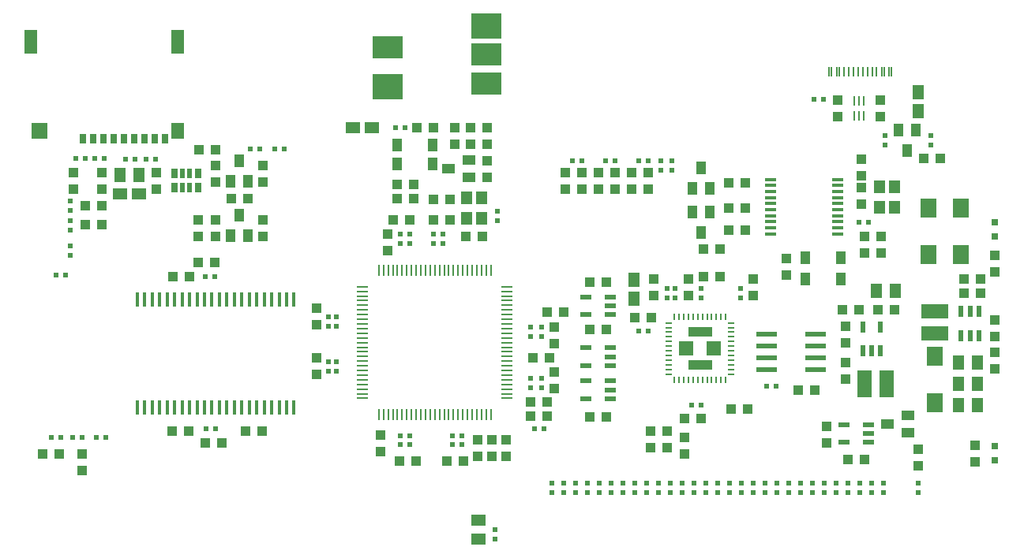
<source format=gbr>
G04 #@! TF.GenerationSoftware,KiCad,Pcbnew,5.1.0-rc2-unknown-036be7d~80~ubuntu16.04.1*
G04 #@! TF.CreationDate,2022-11-30T14:58:32+02:00*
G04 #@! TF.ProjectId,AgonLight2_Rev_A,41676f6e-4c69-4676-9874-325f5265765f,rev?*
G04 #@! TF.SameCoordinates,Original*
G04 #@! TF.FileFunction,Paste,Top*
G04 #@! TF.FilePolarity,Positive*
%FSLAX46Y46*%
G04 Gerber Fmt 4.6, Leading zero omitted, Abs format (unit mm)*
G04 Created by KiCad (PCBNEW 5.1.0-rc2-unknown-036be7d~80~ubuntu16.04.1) date 2022-11-30 14:58:32*
%MOMM*%
%LPD*%
G04 APERTURE LIST*
%ADD10R,1.270000X1.524000*%
%ADD11R,2.200000X0.600000*%
%ADD12R,0.230000X0.980000*%
%ADD13R,3.253999X2.354000*%
%ADD14R,3.253999X2.754000*%
%ADD15R,1.200000X0.550000*%
%ADD16R,1.016000X1.016000*%
%ADD17R,1.524000X1.270000*%
%ADD18R,0.800000X0.800000*%
%ADD19R,1.000000X1.400000*%
%ADD20R,1.700000X2.000000*%
%ADD21R,1.400000X1.000000*%
%ADD22R,3.000000X1.600000*%
%ADD23R,1.600000X3.000000*%
%ADD24R,0.700000X1.100000*%
%ADD25R,1.400000X1.800000*%
%ADD26R,1.800000X1.800000*%
%ADD27R,1.400000X2.600000*%
%ADD28R,1.200000X1.400000*%
%ADD29R,0.762000X1.016000*%
%ADD30R,0.508000X1.016000*%
%ADD31R,0.500000X0.550000*%
%ADD32R,0.550000X0.500000*%
%ADD33R,1.180000X0.230000*%
%ADD34R,0.230000X1.180000*%
%ADD35R,0.400000X1.500000*%
%ADD36R,1.500000X1.500000*%
%ADD37R,2.600000X1.000000*%
%ADD38R,0.230000X0.680000*%
%ADD39R,0.680000X0.230000*%
%ADD40R,0.550000X1.200000*%
%ADD41R,1.270000X0.325000*%
%ADD42R,0.280000X1.130000*%
%ADD43R,0.230000X1.130000*%
G04 APERTURE END LIST*
D10*
X150495000Y-128651000D03*
X152527000Y-128651000D03*
D11*
X135188000Y-124841000D03*
X135188000Y-123571000D03*
X135188000Y-122301000D03*
X135188000Y-121031000D03*
X129988000Y-121031000D03*
X129988000Y-122301000D03*
X129988000Y-123571000D03*
X129988000Y-124841000D03*
D12*
X139827000Y-95964000D03*
X139327000Y-95964000D03*
X140327000Y-95964000D03*
X139327000Y-97584000D03*
X139827000Y-97584000D03*
X140327000Y-97584000D03*
D13*
X99900000Y-91000000D03*
X89300000Y-90200000D03*
X99900000Y-94100000D03*
D14*
X89300000Y-94400000D03*
X99900000Y-87900000D03*
D15*
X113187000Y-118933000D03*
X113187000Y-117983000D03*
X113187000Y-117033000D03*
X110587000Y-118933000D03*
X110587000Y-117033000D03*
X110587000Y-122494000D03*
X110587000Y-124394000D03*
X113187000Y-122494000D03*
X113187000Y-123444000D03*
X113187000Y-124394000D03*
X113187000Y-127950000D03*
X113187000Y-127000000D03*
X113187000Y-126050000D03*
X110587000Y-127950000D03*
X110587000Y-126050000D03*
D16*
X81661000Y-120015000D03*
X81661000Y-118237000D03*
X81661000Y-123571000D03*
X81661000Y-125349000D03*
X92329000Y-134620000D03*
X90551000Y-134620000D03*
X95631000Y-134620000D03*
X97409000Y-134620000D03*
X107188000Y-125095000D03*
X107188000Y-126873000D03*
X107188000Y-120269000D03*
X107188000Y-122047000D03*
X94234000Y-108712000D03*
X96012000Y-108712000D03*
X89916000Y-108712000D03*
X91694000Y-108712000D03*
X71501000Y-132715000D03*
X69723000Y-132715000D03*
X70739000Y-113284000D03*
X68961000Y-113284000D03*
X117856000Y-115062000D03*
X117856000Y-116840000D03*
X122936000Y-130048000D03*
X121158000Y-130048000D03*
X94234000Y-98806000D03*
X92456000Y-98806000D03*
X117602000Y-119253000D03*
X115824000Y-119253000D03*
X98171000Y-98806000D03*
X98171000Y-100584000D03*
X121539000Y-115062000D03*
X121539000Y-116840000D03*
X123190000Y-114808000D03*
X124968000Y-114808000D03*
X128524000Y-115062000D03*
X128524000Y-116840000D03*
D10*
X152527000Y-124079000D03*
X150495000Y-124079000D03*
D17*
X99060000Y-140970000D03*
X99060000Y-143002000D03*
D10*
X150495000Y-126365000D03*
X152527000Y-126365000D03*
D16*
X55626000Y-105410000D03*
X55626000Y-103632000D03*
D10*
X62611000Y-103886000D03*
X60579000Y-103886000D03*
D16*
X136398000Y-132715000D03*
X136398000Y-130937000D03*
X141859000Y-118364000D03*
X143637000Y-118364000D03*
D10*
X143764000Y-116332000D03*
X141732000Y-116332000D03*
D16*
X140081000Y-105283000D03*
X140081000Y-107061000D03*
X140081000Y-102235000D03*
X140081000Y-104013000D03*
X127635000Y-109855000D03*
X125857000Y-109855000D03*
X152908000Y-116586000D03*
X151130000Y-116586000D03*
X152908000Y-115062000D03*
X151130000Y-115062000D03*
X138430000Y-125857000D03*
X138430000Y-124079000D03*
D18*
X154400000Y-134562000D03*
X154400000Y-133038000D03*
X154400000Y-110562000D03*
X154400000Y-109038000D03*
D19*
X94102000Y-102743000D03*
X90302000Y-102743000D03*
X90302000Y-100711000D03*
X94102000Y-100711000D03*
D20*
X150749000Y-112482000D03*
X150749000Y-107482000D03*
X147320000Y-107482000D03*
X147320000Y-112482000D03*
X147955000Y-128357000D03*
X147955000Y-123357000D03*
D19*
X73403460Y-108244640D03*
X74358500Y-110454440D03*
X72456040Y-110454440D03*
X73403460Y-102402640D03*
X74358500Y-104612440D03*
X72456040Y-104612440D03*
D21*
X145125440Y-131632960D03*
X145125440Y-129730500D03*
X142915640Y-130685540D03*
D10*
X115697000Y-115189000D03*
X115697000Y-117221000D03*
D17*
X85598000Y-98806000D03*
X87630000Y-98806000D03*
X62611000Y-105918000D03*
X60579000Y-105918000D03*
D10*
X146177000Y-97028000D03*
X146177000Y-94996000D03*
D22*
X147955000Y-118561000D03*
X147955000Y-120961000D03*
D23*
X142805000Y-126365000D03*
X140405000Y-126365000D03*
D24*
X56650000Y-100050000D03*
X57750000Y-100050000D03*
X58850000Y-100050000D03*
X59950000Y-100050000D03*
X61050000Y-100050000D03*
X62150000Y-100050000D03*
X63250000Y-100050000D03*
X64350000Y-100050000D03*
X65450000Y-100050000D03*
D25*
X66750000Y-99170000D03*
D26*
X51950000Y-99170000D03*
D27*
X51050000Y-89570000D03*
X66750000Y-89570000D03*
D28*
X99352000Y-106342000D03*
X97752000Y-108542000D03*
X99352000Y-108542000D03*
X97752000Y-106342000D03*
D21*
X98008440Y-104200960D03*
X98008440Y-102298500D03*
X95798640Y-103253540D03*
D28*
X143675000Y-107399000D03*
X142075000Y-105199000D03*
X143675000Y-105199000D03*
X142075000Y-107399000D03*
D19*
X122933460Y-103164640D03*
X123888500Y-105374440D03*
X121986040Y-105374440D03*
X123885960Y-107858560D03*
X121983500Y-107858560D03*
X122938540Y-110068360D03*
D16*
X88519000Y-133604000D03*
X88519000Y-131826000D03*
X98933000Y-132334000D03*
X98933000Y-134112000D03*
X100457000Y-134112000D03*
X100457000Y-132334000D03*
X101981000Y-132334000D03*
X101981000Y-134112000D03*
X90297000Y-104902000D03*
X92075000Y-104902000D03*
X92075000Y-106426000D03*
X90297000Y-106426000D03*
X89281000Y-112014000D03*
X89281000Y-110236000D03*
X108204000Y-118618000D03*
X106426000Y-118618000D03*
X104648000Y-129794000D03*
X106426000Y-129794000D03*
X106426000Y-128270000D03*
X104648000Y-128270000D03*
X104902000Y-123571000D03*
X106680000Y-123571000D03*
X99441000Y-110490000D03*
X97663000Y-110490000D03*
X94234000Y-106553000D03*
X96012000Y-106553000D03*
X67945000Y-131445000D03*
X66167000Y-131445000D03*
X66294000Y-114808000D03*
X68072000Y-114808000D03*
X74041000Y-131445000D03*
X75819000Y-131445000D03*
X110998000Y-129921000D03*
X112776000Y-129921000D03*
X110998000Y-115443000D03*
X112776000Y-115443000D03*
X112776000Y-120523000D03*
X110998000Y-120523000D03*
X117475000Y-133223000D03*
X119253000Y-133223000D03*
X119253000Y-131445000D03*
X117475000Y-131445000D03*
X99949000Y-104140000D03*
X99949000Y-102362000D03*
X96520000Y-98806000D03*
X96520000Y-100584000D03*
X127889000Y-129032000D03*
X126111000Y-129032000D03*
X99949000Y-98806000D03*
X99949000Y-100584000D03*
X110109000Y-103632000D03*
X110109000Y-105410000D03*
X108331000Y-105410000D03*
X108331000Y-103632000D03*
X111887000Y-103632000D03*
X111887000Y-105410000D03*
X113665000Y-105410000D03*
X113665000Y-103632000D03*
X115443000Y-103632000D03*
X115443000Y-105410000D03*
X117221000Y-103632000D03*
X117221000Y-105410000D03*
X135128000Y-127000000D03*
X133350000Y-127000000D03*
X68961000Y-108712000D03*
X68961000Y-110490000D03*
X70866000Y-104648000D03*
X70866000Y-102870000D03*
X75946000Y-108712000D03*
X75946000Y-110490000D03*
X75946000Y-104648000D03*
X75946000Y-102870000D03*
X70866000Y-108712000D03*
X70866000Y-110490000D03*
X72517000Y-106426000D03*
X74295000Y-106426000D03*
X56896000Y-109220000D03*
X58674000Y-109220000D03*
X58674000Y-107188000D03*
X56896000Y-107188000D03*
X70866000Y-101219000D03*
X69088000Y-101219000D03*
X58674000Y-105410000D03*
X58674000Y-103632000D03*
X64516000Y-105410000D03*
X64516000Y-103632000D03*
X146177000Y-135128000D03*
X146177000Y-133350000D03*
X142113000Y-95885000D03*
X142113000Y-97663000D03*
X137541000Y-97663000D03*
X137541000Y-95885000D03*
X152273000Y-132969000D03*
X152273000Y-134747000D03*
X140462000Y-134493000D03*
X138684000Y-134493000D03*
X138430000Y-120142000D03*
X138430000Y-121920000D03*
X138049000Y-118364000D03*
X139827000Y-118364000D03*
D29*
X66421000Y-103759000D03*
X66421000Y-105283000D03*
X68961000Y-103759000D03*
X68961000Y-105283000D03*
D30*
X67310000Y-103759000D03*
X68072000Y-103759000D03*
X67310000Y-105283000D03*
X68072000Y-105283000D03*
D31*
X90170000Y-98806000D03*
X91186000Y-98806000D03*
X109093000Y-102362000D03*
X110109000Y-102362000D03*
X113665000Y-102362000D03*
X112649000Y-102362000D03*
D32*
X118618000Y-103378000D03*
X118618000Y-102362000D03*
D31*
X117221000Y-102362000D03*
X116205000Y-102362000D03*
D32*
X119761000Y-102362000D03*
X119761000Y-103378000D03*
X100838000Y-143002000D03*
X100838000Y-141986000D03*
D31*
X74549000Y-101092000D03*
X75565000Y-101092000D03*
D32*
X146177000Y-137033000D03*
X146177000Y-138049000D03*
D31*
X77216000Y-101092000D03*
X78232000Y-101092000D03*
D32*
X106934000Y-137033000D03*
X106934000Y-138049000D03*
X108204000Y-138049000D03*
X108204000Y-137033000D03*
X109474000Y-138049000D03*
X109474000Y-137033000D03*
X110744000Y-137033000D03*
X110744000Y-138049000D03*
D31*
X54737000Y-114681000D03*
X53721000Y-114681000D03*
D32*
X112014000Y-137033000D03*
X112014000Y-138049000D03*
X113284000Y-138049000D03*
X113284000Y-137033000D03*
X114554000Y-138049000D03*
X114554000Y-137033000D03*
X115824000Y-137033000D03*
X115824000Y-138049000D03*
X55245000Y-107696000D03*
X55245000Y-106680000D03*
X117094000Y-137033000D03*
X117094000Y-138049000D03*
X118364000Y-138049000D03*
X118364000Y-137033000D03*
X55245000Y-109855000D03*
X55245000Y-108839000D03*
D31*
X58039000Y-132080000D03*
X59055000Y-132080000D03*
D32*
X119634000Y-138049000D03*
X119634000Y-137033000D03*
X120904000Y-137033000D03*
X120904000Y-138049000D03*
X55245000Y-111506000D03*
X55245000Y-112522000D03*
D31*
X55499000Y-132080000D03*
X56515000Y-132080000D03*
D32*
X122174000Y-138049000D03*
X122174000Y-137033000D03*
X123444000Y-138049000D03*
X123444000Y-137033000D03*
D31*
X54229000Y-132080000D03*
X53213000Y-132080000D03*
D32*
X124714000Y-137033000D03*
X124714000Y-138049000D03*
X125984000Y-137033000D03*
X125984000Y-138049000D03*
X127254000Y-138049000D03*
X127254000Y-137033000D03*
X128524000Y-138049000D03*
X128524000Y-137033000D03*
X129794000Y-137033000D03*
X129794000Y-138049000D03*
X131064000Y-137033000D03*
X131064000Y-138049000D03*
X132334000Y-138049000D03*
X132334000Y-137033000D03*
X133604000Y-138049000D03*
X133604000Y-137033000D03*
X134874000Y-137033000D03*
X134874000Y-138049000D03*
X136144000Y-137033000D03*
X136144000Y-138049000D03*
X137414000Y-138049000D03*
X137414000Y-137033000D03*
X138684000Y-137033000D03*
X138684000Y-138049000D03*
D31*
X56896000Y-102108000D03*
X55880000Y-102108000D03*
D32*
X139954000Y-137033000D03*
X139954000Y-138049000D03*
D31*
X58928000Y-102108000D03*
X57912000Y-102108000D03*
X62230000Y-102235000D03*
X61214000Y-102235000D03*
X64389000Y-102235000D03*
X63373000Y-102235000D03*
X136017000Y-95758000D03*
X135001000Y-95758000D03*
D33*
X86611000Y-121920000D03*
X102111000Y-121920000D03*
X86611000Y-121420000D03*
X86611000Y-120920000D03*
X86611000Y-120420000D03*
X86611000Y-119920000D03*
X86611000Y-119420000D03*
X86611000Y-118920000D03*
X86611000Y-118420000D03*
X86611000Y-117920000D03*
X86611000Y-117420000D03*
X86611000Y-116920000D03*
X86611000Y-116420000D03*
X86611000Y-115920000D03*
X86611000Y-122420000D03*
X86611000Y-122920000D03*
X86611000Y-123420000D03*
X86611000Y-123920000D03*
X86611000Y-124420000D03*
X86611000Y-124920000D03*
X86611000Y-125420000D03*
X86611000Y-125920000D03*
X86611000Y-126420000D03*
X86611000Y-126920000D03*
X86611000Y-127420000D03*
X86611000Y-127920000D03*
D34*
X94361000Y-129670000D03*
X94361000Y-114170000D03*
X93861000Y-129670000D03*
X93361000Y-129670000D03*
X92861000Y-129670000D03*
X92361000Y-129670000D03*
X91861000Y-129670000D03*
X91361000Y-129670000D03*
X90861000Y-129670000D03*
X90361000Y-129670000D03*
X89861000Y-129670000D03*
X89361000Y-129670000D03*
X88861000Y-129670000D03*
X88361000Y-129670000D03*
X94861000Y-129670000D03*
X95361000Y-129670000D03*
X95861000Y-129670000D03*
X96361000Y-129670000D03*
X96861000Y-129670000D03*
X97361000Y-129670000D03*
X97861000Y-129670000D03*
X98361000Y-129670000D03*
X98861000Y-129670000D03*
X99361000Y-129670000D03*
X99861000Y-129670000D03*
X100361000Y-129670000D03*
D33*
X102111000Y-127920000D03*
X102111000Y-127420000D03*
X102111000Y-126920000D03*
X102111000Y-126420000D03*
X102111000Y-125920000D03*
X102111000Y-125420000D03*
X102111000Y-124920000D03*
X102111000Y-124420000D03*
X102111000Y-123920000D03*
X102111000Y-123420000D03*
X102111000Y-122920000D03*
X102111000Y-122420000D03*
X102111000Y-121420000D03*
X102111000Y-120920000D03*
X102111000Y-120420000D03*
X102111000Y-119920000D03*
X102111000Y-119420000D03*
X102111000Y-118920000D03*
X102111000Y-118420000D03*
X102111000Y-117920000D03*
X102111000Y-117420000D03*
X102111000Y-116920000D03*
X102111000Y-116420000D03*
X102111000Y-115920000D03*
D34*
X100361000Y-114170000D03*
X99861000Y-114170000D03*
X99361000Y-114170000D03*
X98861000Y-114170000D03*
X98361000Y-114170000D03*
X97861000Y-114170000D03*
X97361000Y-114170000D03*
X96861000Y-114170000D03*
X96361000Y-114170000D03*
X95861000Y-114170000D03*
X95361000Y-114170000D03*
X94861000Y-114170000D03*
X93861000Y-114170000D03*
X93361000Y-114170000D03*
X92861000Y-114170000D03*
X92361000Y-114170000D03*
X91861000Y-114170000D03*
X91361000Y-114170000D03*
X90861000Y-114170000D03*
X90361000Y-114170000D03*
X89861000Y-114170000D03*
X89361000Y-114170000D03*
X88861000Y-114170000D03*
X88361000Y-114170000D03*
D35*
X62466000Y-128863000D03*
X63266000Y-128863000D03*
X64066000Y-128863000D03*
X64866000Y-128863000D03*
X65666000Y-128863000D03*
X66466000Y-128863000D03*
X67266000Y-128863000D03*
X68066000Y-128863000D03*
X68866000Y-128863000D03*
X69666000Y-128863000D03*
X70466000Y-128863000D03*
X71266000Y-128863000D03*
X72066000Y-128863000D03*
X72866000Y-128863000D03*
X73666000Y-128863000D03*
X74466000Y-128863000D03*
X75266000Y-128863000D03*
X76066000Y-128863000D03*
X76866000Y-128863000D03*
X77666000Y-128863000D03*
X78466000Y-128863000D03*
X79266000Y-128863000D03*
X79266000Y-117263000D03*
X78466000Y-117263000D03*
X77666000Y-117263000D03*
X76866000Y-117263000D03*
X76066000Y-117263000D03*
X75266000Y-117263000D03*
X74466000Y-117263000D03*
X73666000Y-117263000D03*
X72866000Y-117263000D03*
X72066000Y-117263000D03*
X71266000Y-117263000D03*
X70466000Y-117263000D03*
X69666000Y-117263000D03*
X68866000Y-117263000D03*
X68066000Y-117263000D03*
X67266000Y-117263000D03*
X66466000Y-117263000D03*
X65666000Y-117263000D03*
X64866000Y-117263000D03*
X64066000Y-117263000D03*
X63266000Y-117263000D03*
X62466000Y-117263000D03*
D36*
X124309000Y-122555000D03*
D37*
X122809000Y-120805000D03*
D36*
X121309000Y-122555000D03*
D37*
X122809000Y-124305000D03*
D38*
X120059000Y-119190000D03*
X120559000Y-119190000D03*
X121059000Y-119190000D03*
X121559000Y-119190000D03*
X122059000Y-119190000D03*
X122559000Y-119190000D03*
X123059000Y-119190000D03*
X123559000Y-119190000D03*
X124059000Y-119190000D03*
X124559000Y-119190000D03*
X125059000Y-119190000D03*
X125559000Y-119190000D03*
D39*
X126174000Y-119805000D03*
X126174000Y-120305000D03*
X126174000Y-120805000D03*
X126174000Y-121305000D03*
X126174000Y-121805000D03*
X126174000Y-122305000D03*
X126174000Y-122805000D03*
X126174000Y-123305000D03*
X126174000Y-123805000D03*
X126174000Y-124305000D03*
X126174000Y-124805000D03*
X126174000Y-125305000D03*
D38*
X125559000Y-125920000D03*
X125059000Y-125920000D03*
X124559000Y-125920000D03*
X124059000Y-125920000D03*
X123559000Y-125920000D03*
X123059000Y-125920000D03*
X122559000Y-125920000D03*
X122059000Y-125920000D03*
X121559000Y-125920000D03*
X121059000Y-125920000D03*
X120559000Y-125920000D03*
X120059000Y-125920000D03*
D39*
X119444000Y-125305000D03*
X119444000Y-124805000D03*
X119444000Y-124305000D03*
X119444000Y-123805000D03*
X119444000Y-123305000D03*
X119444000Y-122805000D03*
X119444000Y-122305000D03*
X119444000Y-121805000D03*
X119444000Y-121305000D03*
X119444000Y-120805000D03*
X119444000Y-120305000D03*
X119444000Y-119805000D03*
D15*
X138273000Y-130749000D03*
X138273000Y-132649000D03*
X140873000Y-130749000D03*
X140873000Y-131699000D03*
X140873000Y-132649000D03*
D40*
X142174000Y-120239000D03*
X140274000Y-120239000D03*
X142174000Y-122839000D03*
X141224000Y-122839000D03*
X140274000Y-122839000D03*
X150815000Y-118587900D03*
X151765000Y-118587900D03*
X152715000Y-118587900D03*
X152715000Y-121188100D03*
X151765000Y-121188100D03*
X150815000Y-121188100D03*
D41*
X130365500Y-110240000D03*
X130365500Y-109590000D03*
X130365500Y-108940000D03*
X130365500Y-108290000D03*
X130365500Y-107640000D03*
X130365500Y-106990000D03*
X130365500Y-106340000D03*
X130365500Y-105690000D03*
X130365500Y-105040000D03*
X130365500Y-104390000D03*
X137604500Y-104390000D03*
X137604500Y-105040000D03*
X137604500Y-105690000D03*
X137604500Y-106340000D03*
X137604500Y-106990000D03*
X137604500Y-107640000D03*
X137604500Y-108290000D03*
X137604500Y-108940000D03*
X137604500Y-109590000D03*
X137604500Y-110240000D03*
D19*
X145984000Y-99103000D03*
X144084000Y-99103000D03*
X145034000Y-101303000D03*
D42*
X136675000Y-92832000D03*
X143325000Y-92832000D03*
X136925000Y-92832000D03*
X143075000Y-92832000D03*
X137475000Y-92832000D03*
X142525000Y-92832000D03*
X137725000Y-92832000D03*
X142275000Y-92832000D03*
D43*
X140250000Y-92832000D03*
X139250000Y-92832000D03*
X138750000Y-92832000D03*
X139750000Y-92832000D03*
X138250000Y-92832000D03*
X140750000Y-92832000D03*
X141250000Y-92832000D03*
X141750000Y-92832000D03*
D16*
X154432000Y-122936000D03*
X154432000Y-124714000D03*
X154432000Y-121285000D03*
X154432000Y-119507000D03*
X154432000Y-112522000D03*
X154432000Y-114300000D03*
X140462000Y-112268000D03*
X142240000Y-112268000D03*
X127635000Y-104775000D03*
X125857000Y-104775000D03*
X125857000Y-107442000D03*
X127635000Y-107442000D03*
X124968000Y-111887000D03*
X123190000Y-111887000D03*
X121158000Y-133858000D03*
X121158000Y-132080000D03*
X148590000Y-102108000D03*
X146812000Y-102108000D03*
D19*
X134117000Y-112776000D03*
X137917000Y-112776000D03*
X137917000Y-115062000D03*
X134117000Y-115062000D03*
D16*
X142240000Y-110490000D03*
X140462000Y-110490000D03*
X132080000Y-112903000D03*
X132080000Y-114681000D03*
D32*
X82931000Y-120142000D03*
X82931000Y-119126000D03*
X82931000Y-124968000D03*
X82931000Y-123952000D03*
D31*
X90678000Y-132842000D03*
X91694000Y-132842000D03*
X97282000Y-132842000D03*
X96266000Y-132842000D03*
X105029000Y-131191000D03*
X106045000Y-131191000D03*
D32*
X105791000Y-125730000D03*
X105791000Y-126746000D03*
X105791000Y-121285000D03*
X105791000Y-120269000D03*
D31*
X94234000Y-110236000D03*
X95250000Y-110236000D03*
X90678000Y-110236000D03*
X91694000Y-110236000D03*
D32*
X101092000Y-108839000D03*
X101092000Y-107823000D03*
D31*
X70866000Y-131191000D03*
X69850000Y-131191000D03*
X70739000Y-114808000D03*
X69723000Y-114808000D03*
D32*
X119253000Y-117094000D03*
X119253000Y-116078000D03*
D31*
X122936000Y-128651000D03*
X121920000Y-128651000D03*
X116205000Y-120650000D03*
X117221000Y-120650000D03*
X130937000Y-126619000D03*
X129921000Y-126619000D03*
D32*
X120142000Y-116078000D03*
X120142000Y-117094000D03*
X122936000Y-117094000D03*
X122936000Y-116078000D03*
X127127000Y-117094000D03*
X127127000Y-116078000D03*
D31*
X140843000Y-108966000D03*
X139827000Y-108966000D03*
D32*
X142621000Y-100711000D03*
X142621000Y-99695000D03*
X147574000Y-99695000D03*
X147574000Y-100711000D03*
X83820000Y-119126000D03*
X83820000Y-120142000D03*
X83820000Y-124968000D03*
X83820000Y-123952000D03*
D31*
X90678000Y-131953000D03*
X91694000Y-131953000D03*
X97282000Y-131953000D03*
X96266000Y-131953000D03*
D32*
X104648000Y-126746000D03*
X104648000Y-125730000D03*
X104648000Y-120269000D03*
X104648000Y-121285000D03*
D31*
X95250000Y-111252000D03*
X94234000Y-111252000D03*
X91694000Y-111252000D03*
X90678000Y-111252000D03*
D32*
X141224000Y-137033000D03*
X141224000Y-138049000D03*
X142494000Y-138049000D03*
X142494000Y-137033000D03*
D16*
X56515000Y-133858000D03*
X56515000Y-135636000D03*
X52324000Y-133858000D03*
X54102000Y-133858000D03*
M02*

</source>
